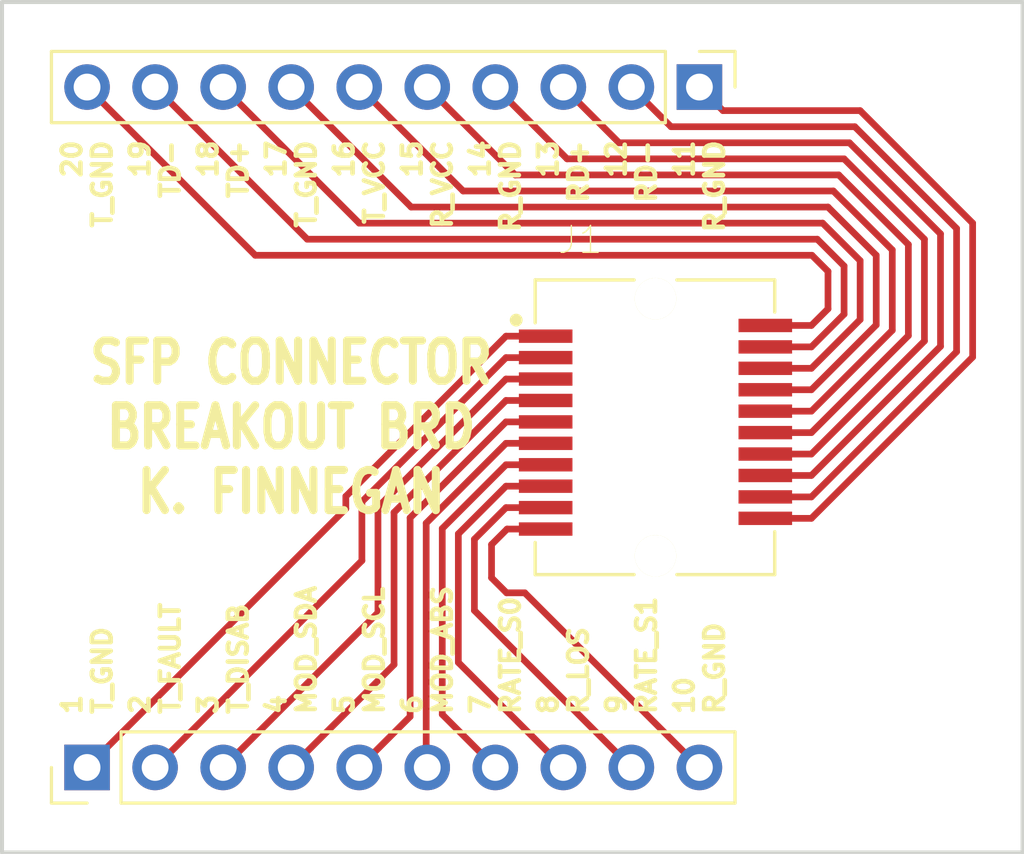
<source format=kicad_pcb>
(kicad_pcb (version 4) (host pcbnew 4.0.7-e2-6376~58~ubuntu16.04.1)

  (general
    (links 20)
    (no_connects 0)
    (area 0 0 0 0)
    (thickness 1.6)
    (drawings 25)
    (tracks 102)
    (zones 0)
    (modules 3)
    (nets 21)
  )

  (page A4)
  (layers
    (0 F.Cu signal)
    (31 B.Cu signal)
    (32 B.Adhes user)
    (33 F.Adhes user)
    (34 B.Paste user)
    (35 F.Paste user)
    (36 B.SilkS user)
    (37 F.SilkS user)
    (38 B.Mask user)
    (39 F.Mask user)
    (40 Dwgs.User user)
    (41 Cmts.User user)
    (42 Eco1.User user)
    (43 Eco2.User user)
    (44 Edge.Cuts user)
    (45 Margin user)
    (46 B.CrtYd user)
    (47 F.CrtYd user)
    (48 B.Fab user)
    (49 F.Fab user)
  )

  (setup
    (last_trace_width 0.25)
    (trace_clearance 0.2)
    (zone_clearance 0.508)
    (zone_45_only no)
    (trace_min 0.2)
    (segment_width 0.2)
    (edge_width 0.15)
    (via_size 0.6)
    (via_drill 0.4)
    (via_min_size 0.4)
    (via_min_drill 0.3)
    (uvia_size 0.3)
    (uvia_drill 0.1)
    (uvias_allowed no)
    (uvia_min_size 0.2)
    (uvia_min_drill 0.1)
    (pcb_text_width 0.3)
    (pcb_text_size 1.5 1.5)
    (mod_edge_width 0.15)
    (mod_text_size 1 1)
    (mod_text_width 0.15)
    (pad_size 1.524 1.524)
    (pad_drill 0.762)
    (pad_to_mask_clearance 0.2)
    (aux_axis_origin 0 0)
    (visible_elements FFFFFF7F)
    (pcbplotparams
      (layerselection 0x00030_80000001)
      (usegerberextensions false)
      (excludeedgelayer true)
      (linewidth 0.100000)
      (plotframeref false)
      (viasonmask false)
      (mode 1)
      (useauxorigin false)
      (hpglpennumber 1)
      (hpglpenspeed 20)
      (hpglpendiameter 15)
      (hpglpenoverlay 2)
      (psnegative false)
      (psa4output false)
      (plotreference true)
      (plotvalue true)
      (plotinvisibletext false)
      (padsonsilk false)
      (subtractmaskfromsilk false)
      (outputformat 1)
      (mirror false)
      (drillshape 1)
      (scaleselection 1)
      (outputdirectory ""))
  )

  (net 0 "")
  (net 1 "Net-(J1-Pad1)")
  (net 2 "Net-(J1-Pad2)")
  (net 3 "Net-(J1-Pad3)")
  (net 4 "Net-(J1-Pad4)")
  (net 5 "Net-(J1-Pad5)")
  (net 6 "Net-(J1-Pad6)")
  (net 7 "Net-(J1-Pad7)")
  (net 8 "Net-(J1-Pad8)")
  (net 9 "Net-(J1-Pad9)")
  (net 10 "Net-(J1-Pad10)")
  (net 11 "Net-(J1-Pad11)")
  (net 12 "Net-(J1-Pad12)")
  (net 13 "Net-(J1-Pad13)")
  (net 14 "Net-(J1-Pad14)")
  (net 15 "Net-(J1-Pad15)")
  (net 16 "Net-(J1-Pad16)")
  (net 17 "Net-(J1-Pad17)")
  (net 18 "Net-(J1-Pad18)")
  (net 19 "Net-(J1-Pad19)")
  (net 20 "Net-(J1-Pad20)")

  (net_class Default "This is the default net class."
    (clearance 0.2)
    (trace_width 0.25)
    (via_dia 0.6)
    (via_drill 0.4)
    (uvia_dia 0.3)
    (uvia_drill 0.1)
    (add_net "Net-(J1-Pad1)")
    (add_net "Net-(J1-Pad10)")
    (add_net "Net-(J1-Pad11)")
    (add_net "Net-(J1-Pad12)")
    (add_net "Net-(J1-Pad13)")
    (add_net "Net-(J1-Pad14)")
    (add_net "Net-(J1-Pad15)")
    (add_net "Net-(J1-Pad16)")
    (add_net "Net-(J1-Pad17)")
    (add_net "Net-(J1-Pad18)")
    (add_net "Net-(J1-Pad19)")
    (add_net "Net-(J1-Pad2)")
    (add_net "Net-(J1-Pad20)")
    (add_net "Net-(J1-Pad3)")
    (add_net "Net-(J1-Pad4)")
    (add_net "Net-(J1-Pad5)")
    (add_net "Net-(J1-Pad6)")
    (add_net "Net-(J1-Pad7)")
    (add_net "Net-(J1-Pad8)")
    (add_net "Net-(J1-Pad9)")
  )

  (module AMPHENOL_UE75-A20-6000T (layer F.Cu) (tedit 5CA813AF) (tstamp 5CA80E16)
    (at 149.86 109.22)
    (path /5CA80BC4)
    (attr smd)
    (fp_text reference J1 (at -1.90737 -6.99366) (layer F.SilkS)
      (effects (font (size 1.00124 1.00124) (thickness 0.05)))
    )
    (fp_text value UE75-A20-6000T (at -1.27115 6.99135) (layer F.SilkS) hide
      (effects (font (size 1.00091 1.00091) (thickness 0.05)))
    )
    (fp_line (start -3.59 -5.5) (end 5.35 -5.5) (layer Eco2.User) (width 0.127))
    (fp_line (start 5.35 -5.5) (end 5.35 5.5) (layer Eco2.User) (width 0.127))
    (fp_line (start 5.35 5.5) (end -3.59 5.5) (layer Eco2.User) (width 0.127))
    (fp_line (start -3.59 5.5) (end -3.59 -5.5) (layer Eco2.User) (width 0.127))
    (fp_line (start -3.59 -3.9) (end -3.59 -5.5) (layer F.SilkS) (width 0.127))
    (fp_line (start -3.59 -5.5) (end 0.1 -5.5) (layer F.SilkS) (width 0.127))
    (fp_line (start 1.7 -5.5) (end 5.35 -5.5) (layer F.SilkS) (width 0.127))
    (fp_line (start 5.35 -5.5) (end 5.35 -4.3) (layer F.SilkS) (width 0.127))
    (fp_line (start -3.59 4.3) (end -3.59 5.5) (layer F.SilkS) (width 0.127))
    (fp_line (start -3.59 5.5) (end 0.1 5.5) (layer F.SilkS) (width 0.127))
    (fp_line (start 1.7 5.5) (end 5.35 5.5) (layer F.SilkS) (width 0.127))
    (fp_line (start 5.35 5.5) (end 5.35 3.9) (layer F.SilkS) (width 0.127))
    (fp_circle (center -4.3 -4) (end -4.18 -4) (layer F.SilkS) (width 0.24))
    (fp_line (start -4.45 -5.85) (end 6.25 -5.85) (layer Eco1.User) (width 0.05))
    (fp_line (start 6.25 -5.85) (end 6.25 5.85) (layer Eco1.User) (width 0.05))
    (fp_line (start 6.25 5.85) (end -4.45 5.85) (layer Eco1.User) (width 0.05))
    (fp_line (start -4.45 5.85) (end -4.45 -5.85) (layer Eco1.User) (width 0.05))
    (fp_poly (pts (xy -2.96258 -5.5) (xy -0.1 -5.5) (xy -0.1 -4.04852) (xy -2.96258 -4.04852)) (layer Dwgs.User) (width 0))
    (fp_poly (pts (xy 1.90205 -5.5) (xy 4.76 -5.5) (xy 4.76 -4.04936) (xy 1.90205 -4.04936)) (layer Dwgs.User) (width 0))
    (fp_poly (pts (xy -2.96372 4.045) (xy -0.1 4.045) (xy -0.1 5.30666) (xy -2.96372 5.30666)) (layer Dwgs.User) (width 0))
    (fp_poly (pts (xy 1.90146 4.045) (xy 4.76 4.045) (xy 4.76 5.30406) (xy 1.90146 5.30406)) (layer Dwgs.User) (width 0))
    (pad 1 smd rect (at -3.2 -3.4) (size 2 0.5) (layers F.Cu F.Paste F.Mask)
      (net 1 "Net-(J1-Pad1)"))
    (pad 2 smd rect (at -3.2 -2.6) (size 2 0.5) (layers F.Cu F.Paste F.Mask)
      (net 2 "Net-(J1-Pad2)"))
    (pad 3 smd rect (at -3.2 -1.8) (size 2 0.5) (layers F.Cu F.Paste F.Mask)
      (net 3 "Net-(J1-Pad3)"))
    (pad 4 smd rect (at -3.2 -1) (size 2 0.5) (layers F.Cu F.Paste F.Mask)
      (net 4 "Net-(J1-Pad4)"))
    (pad 5 smd rect (at -3.2 -0.2) (size 2 0.5) (layers F.Cu F.Paste F.Mask)
      (net 5 "Net-(J1-Pad5)"))
    (pad 6 smd rect (at -3.2 0.6) (size 2 0.5) (layers F.Cu F.Paste F.Mask)
      (net 6 "Net-(J1-Pad6)"))
    (pad 7 smd rect (at -3.2 1.4) (size 2 0.5) (layers F.Cu F.Paste F.Mask)
      (net 7 "Net-(J1-Pad7)"))
    (pad 8 smd rect (at -3.2 2.2) (size 2 0.5) (layers F.Cu F.Paste F.Mask)
      (net 8 "Net-(J1-Pad8)"))
    (pad 9 smd rect (at -3.2 3) (size 2 0.5) (layers F.Cu F.Paste F.Mask)
      (net 9 "Net-(J1-Pad9)"))
    (pad 10 smd rect (at -3.2 3.8) (size 2 0.5) (layers F.Cu F.Paste F.Mask)
      (net 10 "Net-(J1-Pad10)"))
    (pad 11 smd rect (at 5 3.4) (size 2 0.5) (layers F.Cu F.Paste F.Mask)
      (net 11 "Net-(J1-Pad11)"))
    (pad 12 smd rect (at 5 2.6) (size 2 0.5) (layers F.Cu F.Paste F.Mask)
      (net 12 "Net-(J1-Pad12)"))
    (pad 13 smd rect (at 5 1.8) (size 2 0.5) (layers F.Cu F.Paste F.Mask)
      (net 13 "Net-(J1-Pad13)"))
    (pad 14 smd rect (at 5 1) (size 2 0.5) (layers F.Cu F.Paste F.Mask)
      (net 14 "Net-(J1-Pad14)"))
    (pad 15 smd rect (at 5 0.2) (size 2 0.5) (layers F.Cu F.Paste F.Mask)
      (net 15 "Net-(J1-Pad15)"))
    (pad 16 smd rect (at 5 -0.6) (size 2 0.5) (layers F.Cu F.Paste F.Mask)
      (net 16 "Net-(J1-Pad16)"))
    (pad 17 smd rect (at 5 -1.4) (size 2 0.5) (layers F.Cu F.Paste F.Mask)
      (net 17 "Net-(J1-Pad17)"))
    (pad 18 smd rect (at 5 -2.2) (size 2 0.5) (layers F.Cu F.Paste F.Mask)
      (net 18 "Net-(J1-Pad18)"))
    (pad 19 smd rect (at 5 -3) (size 2 0.5) (layers F.Cu F.Paste F.Mask)
      (net 19 "Net-(J1-Pad19)"))
    (pad 20 smd rect (at 5 -3.8) (size 2 0.5) (layers F.Cu F.Paste F.Mask)
      (net 20 "Net-(J1-Pad20)"))
    (pad Hole np_thru_hole circle (at 0.9 -4.8) (size 1.55 1.55) (drill 1.55) (layers *.Cu *.Mask F.SilkS))
    (pad Hole np_thru_hole circle (at 0.9 4.8) (size 1.55 1.55) (drill 1.55) (layers *.Cu *.Mask F.SilkS))
  )

  (module Pin_Headers:Pin_Header_Straight_1x10_Pitch2.54mm (layer F.Cu) (tedit 5CA813B3) (tstamp 5CA80E34)
    (at 129.54 121.92 90)
    (descr "Through hole straight pin header, 1x10, 2.54mm pitch, single row")
    (tags "Through hole pin header THT 1x10 2.54mm single row")
    (path /5CA80CB5)
    (fp_text reference J2 (at 0 -2.33 90) (layer F.SilkS) hide
      (effects (font (size 1 1) (thickness 0.15)))
    )
    (fp_text value Conn_01x10_Male (at 0 25.19 90) (layer F.Fab) hide
      (effects (font (size 1 1) (thickness 0.15)))
    )
    (fp_line (start -0.635 -1.27) (end 1.27 -1.27) (layer F.Fab) (width 0.1))
    (fp_line (start 1.27 -1.27) (end 1.27 24.13) (layer F.Fab) (width 0.1))
    (fp_line (start 1.27 24.13) (end -1.27 24.13) (layer F.Fab) (width 0.1))
    (fp_line (start -1.27 24.13) (end -1.27 -0.635) (layer F.Fab) (width 0.1))
    (fp_line (start -1.27 -0.635) (end -0.635 -1.27) (layer F.Fab) (width 0.1))
    (fp_line (start -1.33 24.19) (end 1.33 24.19) (layer F.SilkS) (width 0.12))
    (fp_line (start -1.33 1.27) (end -1.33 24.19) (layer F.SilkS) (width 0.12))
    (fp_line (start 1.33 1.27) (end 1.33 24.19) (layer F.SilkS) (width 0.12))
    (fp_line (start -1.33 1.27) (end 1.33 1.27) (layer F.SilkS) (width 0.12))
    (fp_line (start -1.33 0) (end -1.33 -1.33) (layer F.SilkS) (width 0.12))
    (fp_line (start -1.33 -1.33) (end 0 -1.33) (layer F.SilkS) (width 0.12))
    (fp_line (start -1.8 -1.8) (end -1.8 24.65) (layer F.CrtYd) (width 0.05))
    (fp_line (start -1.8 24.65) (end 1.8 24.65) (layer F.CrtYd) (width 0.05))
    (fp_line (start 1.8 24.65) (end 1.8 -1.8) (layer F.CrtYd) (width 0.05))
    (fp_line (start 1.8 -1.8) (end -1.8 -1.8) (layer F.CrtYd) (width 0.05))
    (fp_text user %R (at 0 11.43 180) (layer F.Fab)
      (effects (font (size 1 1) (thickness 0.15)))
    )
    (pad 1 thru_hole rect (at 0 0 90) (size 1.7 1.7) (drill 1) (layers *.Cu *.Mask)
      (net 1 "Net-(J1-Pad1)"))
    (pad 2 thru_hole oval (at 0 2.54 90) (size 1.7 1.7) (drill 1) (layers *.Cu *.Mask)
      (net 2 "Net-(J1-Pad2)"))
    (pad 3 thru_hole oval (at 0 5.08 90) (size 1.7 1.7) (drill 1) (layers *.Cu *.Mask)
      (net 3 "Net-(J1-Pad3)"))
    (pad 4 thru_hole oval (at 0 7.62 90) (size 1.7 1.7) (drill 1) (layers *.Cu *.Mask)
      (net 4 "Net-(J1-Pad4)"))
    (pad 5 thru_hole oval (at 0 10.16 90) (size 1.7 1.7) (drill 1) (layers *.Cu *.Mask)
      (net 5 "Net-(J1-Pad5)"))
    (pad 6 thru_hole oval (at 0 12.7 90) (size 1.7 1.7) (drill 1) (layers *.Cu *.Mask)
      (net 6 "Net-(J1-Pad6)"))
    (pad 7 thru_hole oval (at 0 15.24 90) (size 1.7 1.7) (drill 1) (layers *.Cu *.Mask)
      (net 7 "Net-(J1-Pad7)"))
    (pad 8 thru_hole oval (at 0 17.78 90) (size 1.7 1.7) (drill 1) (layers *.Cu *.Mask)
      (net 8 "Net-(J1-Pad8)"))
    (pad 9 thru_hole oval (at 0 20.32 90) (size 1.7 1.7) (drill 1) (layers *.Cu *.Mask)
      (net 9 "Net-(J1-Pad9)"))
    (pad 10 thru_hole oval (at 0 22.86 90) (size 1.7 1.7) (drill 1) (layers *.Cu *.Mask)
      (net 10 "Net-(J1-Pad10)"))
    (model ${KISYS3DMOD}/Pin_Headers.3dshapes/Pin_Header_Straight_1x10_Pitch2.54mm.wrl
      (at (xyz 0 0 0))
      (scale (xyz 1 1 1))
      (rotate (xyz 0 0 0))
    )
  )

  (module Pin_Headers:Pin_Header_Straight_1x10_Pitch2.54mm (layer F.Cu) (tedit 5CA813B6) (tstamp 5CA80E52)
    (at 152.4 96.52 270)
    (descr "Through hole straight pin header, 1x10, 2.54mm pitch, single row")
    (tags "Through hole pin header THT 1x10 2.54mm single row")
    (path /5CA80D30)
    (fp_text reference J3 (at 0 -2.33 270) (layer F.SilkS) hide
      (effects (font (size 1 1) (thickness 0.15)))
    )
    (fp_text value Conn_01x10_Male (at 0 25.19 270) (layer F.Fab) hide
      (effects (font (size 1 1) (thickness 0.15)))
    )
    (fp_line (start -0.635 -1.27) (end 1.27 -1.27) (layer F.Fab) (width 0.1))
    (fp_line (start 1.27 -1.27) (end 1.27 24.13) (layer F.Fab) (width 0.1))
    (fp_line (start 1.27 24.13) (end -1.27 24.13) (layer F.Fab) (width 0.1))
    (fp_line (start -1.27 24.13) (end -1.27 -0.635) (layer F.Fab) (width 0.1))
    (fp_line (start -1.27 -0.635) (end -0.635 -1.27) (layer F.Fab) (width 0.1))
    (fp_line (start -1.33 24.19) (end 1.33 24.19) (layer F.SilkS) (width 0.12))
    (fp_line (start -1.33 1.27) (end -1.33 24.19) (layer F.SilkS) (width 0.12))
    (fp_line (start 1.33 1.27) (end 1.33 24.19) (layer F.SilkS) (width 0.12))
    (fp_line (start -1.33 1.27) (end 1.33 1.27) (layer F.SilkS) (width 0.12))
    (fp_line (start -1.33 0) (end -1.33 -1.33) (layer F.SilkS) (width 0.12))
    (fp_line (start -1.33 -1.33) (end 0 -1.33) (layer F.SilkS) (width 0.12))
    (fp_line (start -1.8 -1.8) (end -1.8 24.65) (layer F.CrtYd) (width 0.05))
    (fp_line (start -1.8 24.65) (end 1.8 24.65) (layer F.CrtYd) (width 0.05))
    (fp_line (start 1.8 24.65) (end 1.8 -1.8) (layer F.CrtYd) (width 0.05))
    (fp_line (start 1.8 -1.8) (end -1.8 -1.8) (layer F.CrtYd) (width 0.05))
    (fp_text user %R (at 0 11.43 360) (layer F.Fab)
      (effects (font (size 1 1) (thickness 0.15)))
    )
    (pad 1 thru_hole rect (at 0 0 270) (size 1.7 1.7) (drill 1) (layers *.Cu *.Mask)
      (net 11 "Net-(J1-Pad11)"))
    (pad 2 thru_hole oval (at 0 2.54 270) (size 1.7 1.7) (drill 1) (layers *.Cu *.Mask)
      (net 12 "Net-(J1-Pad12)"))
    (pad 3 thru_hole oval (at 0 5.08 270) (size 1.7 1.7) (drill 1) (layers *.Cu *.Mask)
      (net 13 "Net-(J1-Pad13)"))
    (pad 4 thru_hole oval (at 0 7.62 270) (size 1.7 1.7) (drill 1) (layers *.Cu *.Mask)
      (net 14 "Net-(J1-Pad14)"))
    (pad 5 thru_hole oval (at 0 10.16 270) (size 1.7 1.7) (drill 1) (layers *.Cu *.Mask)
      (net 15 "Net-(J1-Pad15)"))
    (pad 6 thru_hole oval (at 0 12.7 270) (size 1.7 1.7) (drill 1) (layers *.Cu *.Mask)
      (net 16 "Net-(J1-Pad16)"))
    (pad 7 thru_hole oval (at 0 15.24 270) (size 1.7 1.7) (drill 1) (layers *.Cu *.Mask)
      (net 17 "Net-(J1-Pad17)"))
    (pad 8 thru_hole oval (at 0 17.78 270) (size 1.7 1.7) (drill 1) (layers *.Cu *.Mask)
      (net 18 "Net-(J1-Pad18)"))
    (pad 9 thru_hole oval (at 0 20.32 270) (size 1.7 1.7) (drill 1) (layers *.Cu *.Mask)
      (net 19 "Net-(J1-Pad19)"))
    (pad 10 thru_hole oval (at 0 22.86 270) (size 1.7 1.7) (drill 1) (layers *.Cu *.Mask)
      (net 20 "Net-(J1-Pad20)"))
    (model ${KISYS3DMOD}/Pin_Headers.3dshapes/Pin_Header_Straight_1x10_Pitch2.54mm.wrl
      (at (xyz 0 0 0))
      (scale (xyz 1 1 1))
      (rotate (xyz 0 0 0))
    )
  )

  (gr_line (start 126.365 93.345) (end 164.465 93.345) (angle 90) (layer Edge.Cuts) (width 0.15))
  (gr_line (start 126.365 125.095) (end 126.365 93.345) (angle 90) (layer Edge.Cuts) (width 0.15))
  (gr_line (start 164.465 125.095) (end 126.365 125.095) (angle 90) (layer Edge.Cuts) (width 0.15))
  (gr_line (start 164.465 93.345) (end 164.465 125.095) (angle 90) (layer Edge.Cuts) (width 0.15))
  (gr_text "SFP CONNECTOR\nBREAKOUT BRD\nK. FINNEGAN" (at 137.16 109.22) (layer F.SilkS)
    (effects (font (size 1.5 1.2) (thickness 0.3)))
  )
  (gr_text "11\nR_GND" (at 152.4 98.425 90) (layer F.SilkS)
    (effects (font (size 0.7 0.7) (thickness 0.175)) (justify right))
  )
  (gr_text "12\nRD-" (at 149.86 98.425 90) (layer F.SilkS)
    (effects (font (size 0.7 0.7) (thickness 0.175)) (justify right))
  )
  (gr_text "13\nRD+" (at 147.32 98.425 90) (layer F.SilkS)
    (effects (font (size 0.7 0.7) (thickness 0.175)) (justify right))
  )
  (gr_text "14\nR_GND" (at 144.78 98.425 90) (layer F.SilkS)
    (effects (font (size 0.7 0.7) (thickness 0.175)) (justify right))
  )
  (gr_text "15\nR_VCC" (at 142.24 98.425 90) (layer F.SilkS)
    (effects (font (size 0.7 0.7) (thickness 0.175)) (justify right))
  )
  (gr_text "16\nT_VCC" (at 139.7 98.425 90) (layer F.SilkS)
    (effects (font (size 0.7 0.7) (thickness 0.175)) (justify right))
  )
  (gr_text "17\nT_GND" (at 137.16 98.425 90) (layer F.SilkS)
    (effects (font (size 0.7 0.7) (thickness 0.175)) (justify right))
  )
  (gr_text "18\nTD+" (at 134.62 98.425 90) (layer F.SilkS)
    (effects (font (size 0.7 0.7) (thickness 0.175)) (justify right))
  )
  (gr_text "19\nTD-" (at 132.08 98.425 90) (layer F.SilkS)
    (effects (font (size 0.7 0.7) (thickness 0.175)) (justify right))
  )
  (gr_text "20\nT_GND" (at 129.54 98.425 90) (layer F.SilkS)
    (effects (font (size 0.7 0.7) (thickness 0.175)) (justify right))
  )
  (gr_text "10\nR_GND" (at 152.4 120.015 90) (layer F.SilkS)
    (effects (font (size 0.7 0.7) (thickness 0.175)) (justify left))
  )
  (gr_text "9\nRATE_S1" (at 149.86 120.015 90) (layer F.SilkS)
    (effects (font (size 0.7 0.7) (thickness 0.175)) (justify left))
  )
  (gr_text "8\nR_LOS" (at 147.32 120.015 90) (layer F.SilkS)
    (effects (font (size 0.7 0.7) (thickness 0.175)) (justify left))
  )
  (gr_text "7\nRATE_S0" (at 144.78 120.015 90) (layer F.SilkS)
    (effects (font (size 0.7 0.7) (thickness 0.175)) (justify left))
  )
  (gr_text "6\nMOD_ABS" (at 142.24 120.015 90) (layer F.SilkS)
    (effects (font (size 0.7 0.7) (thickness 0.175)) (justify left))
  )
  (gr_text "5\nMOD_SCL" (at 139.7 120.015 90) (layer F.SilkS)
    (effects (font (size 0.7 0.7) (thickness 0.175)) (justify left))
  )
  (gr_text "4\nMOD_SDA" (at 137.16 120.015 90) (layer F.SilkS)
    (effects (font (size 0.7 0.7) (thickness 0.175)) (justify left))
  )
  (gr_text "3\nT_DISAB" (at 134.62 120.015 90) (layer F.SilkS)
    (effects (font (size 0.7 0.7) (thickness 0.175)) (justify left))
  )
  (gr_text "2\nT_FAULT" (at 132.08 120.015 90) (layer F.SilkS)
    (effects (font (size 0.7 0.7) (thickness 0.175)) (justify left))
  )
  (gr_text "1\nT_GND" (at 129.54 120.015 90) (layer F.SilkS)
    (effects (font (size 0.7 0.7) (thickness 0.175)) (justify left))
  )

  (segment (start 146.66 105.82) (end 145.18 105.82) (width 0.25) (layer F.Cu) (net 1))
  (segment (start 139.2 112.26) (end 129.54 121.92) (width 0.25) (layer F.Cu) (net 1) (tstamp 5CA812B7))
  (segment (start 139.2 111.8) (end 139.2 112.26) (width 0.25) (layer F.Cu) (net 1) (tstamp 5CA812B4))
  (segment (start 145.18 105.82) (end 139.2 111.8) (width 0.25) (layer F.Cu) (net 1) (tstamp 5CA812B2))
  (segment (start 146.66 106.62) (end 145.18 106.62) (width 0.25) (layer F.Cu) (net 2))
  (segment (start 139.8 114.2) (end 132.08 121.92) (width 0.25) (layer F.Cu) (net 2) (tstamp 5CA812AE))
  (segment (start 139.8 112) (end 139.8 114.2) (width 0.25) (layer F.Cu) (net 2) (tstamp 5CA812AC))
  (segment (start 145.18 106.62) (end 139.8 112) (width 0.25) (layer F.Cu) (net 2) (tstamp 5CA812AA))
  (segment (start 146.66 107.42) (end 145.18 107.42) (width 0.25) (layer F.Cu) (net 3))
  (segment (start 140.4 116.14) (end 134.62 121.92) (width 0.25) (layer F.Cu) (net 3) (tstamp 5CA812A6))
  (segment (start 140.4 112.2) (end 140.4 116.14) (width 0.25) (layer F.Cu) (net 3) (tstamp 5CA812A4))
  (segment (start 145.18 107.42) (end 140.4 112.2) (width 0.25) (layer F.Cu) (net 3) (tstamp 5CA812A2))
  (segment (start 146.66 108.22) (end 145.18 108.22) (width 0.25) (layer F.Cu) (net 4))
  (segment (start 141 118.08) (end 137.16 121.92) (width 0.25) (layer F.Cu) (net 4) (tstamp 5CA8129E))
  (segment (start 141 112.4) (end 141 118.08) (width 0.25) (layer F.Cu) (net 4) (tstamp 5CA81299))
  (segment (start 145.18 108.22) (end 141 112.4) (width 0.25) (layer F.Cu) (net 4) (tstamp 5CA81296))
  (segment (start 146.66 109.02) (end 145.18 109.02) (width 0.25) (layer F.Cu) (net 5))
  (segment (start 141.6 120.02) (end 139.7 121.92) (width 0.25) (layer F.Cu) (net 5) (tstamp 5CA8125F))
  (segment (start 141.6 112.6) (end 141.6 120.02) (width 0.25) (layer F.Cu) (net 5) (tstamp 5CA8125D))
  (segment (start 145.18 109.02) (end 141.6 112.6) (width 0.25) (layer F.Cu) (net 5) (tstamp 5CA81259))
  (segment (start 146.66 109.82) (end 145.18 109.82) (width 0.25) (layer F.Cu) (net 6))
  (segment (start 142.2 112.8) (end 142.2 121.88) (width 0.25) (layer F.Cu) (net 6) (tstamp 5CA8128C))
  (segment (start 145.18 109.82) (end 142.2 112.8) (width 0.25) (layer F.Cu) (net 6) (tstamp 5CA81289))
  (segment (start 142.2 121.88) (end 142.24 121.92) (width 0.25) (layer F.Cu) (net 6) (tstamp 5CA8128E))
  (segment (start 146.66 110.62) (end 145.18 110.62) (width 0.25) (layer F.Cu) (net 7))
  (segment (start 142.8 119.94) (end 144.78 121.92) (width 0.25) (layer F.Cu) (net 7) (tstamp 5CA81238))
  (segment (start 142.8 113) (end 142.8 119.94) (width 0.25) (layer F.Cu) (net 7) (tstamp 5CA81236))
  (segment (start 145.18 110.62) (end 142.8 113) (width 0.25) (layer F.Cu) (net 7) (tstamp 5CA81233))
  (segment (start 146.66 111.42) (end 145.18 111.42) (width 0.25) (layer F.Cu) (net 8))
  (segment (start 143.4 118) (end 147.32 121.92) (width 0.25) (layer F.Cu) (net 8) (tstamp 5CA8122F))
  (segment (start 143.4 113.2) (end 143.4 118) (width 0.25) (layer F.Cu) (net 8) (tstamp 5CA8122D))
  (segment (start 145.18 111.42) (end 143.4 113.2) (width 0.25) (layer F.Cu) (net 8) (tstamp 5CA8122A))
  (segment (start 146.66 112.22) (end 145.18 112.22) (width 0.25) (layer F.Cu) (net 9))
  (segment (start 144 116.06) (end 149.86 121.92) (width 0.25) (layer F.Cu) (net 9) (tstamp 5CA81226))
  (segment (start 144 113.4) (end 144 116.06) (width 0.25) (layer F.Cu) (net 9) (tstamp 5CA81224))
  (segment (start 145.18 112.22) (end 144 113.4) (width 0.25) (layer F.Cu) (net 9) (tstamp 5CA81220))
  (segment (start 146.66 113.02) (end 145.22 113.02) (width 0.25) (layer F.Cu) (net 10))
  (segment (start 145.88 115.4) (end 152.4 121.92) (width 0.25) (layer F.Cu) (net 10) (tstamp 5CA81203))
  (segment (start 145.2 115.4) (end 145.88 115.4) (width 0.25) (layer F.Cu) (net 10) (tstamp 5CA81200))
  (segment (start 144.64 114.84) (end 145.2 115.4) (width 0.25) (layer F.Cu) (net 10) (tstamp 5CA811F9))
  (segment (start 144.64 113.6) (end 144.64 114.84) (width 0.25) (layer F.Cu) (net 10) (tstamp 5CA811F1))
  (segment (start 145.22 113.02) (end 144.64 113.6) (width 0.25) (layer F.Cu) (net 10) (tstamp 5CA811F0))
  (segment (start 154.86 112.62) (end 156.58 112.62) (width 0.25) (layer F.Cu) (net 11))
  (segment (start 153.28 97.4) (end 152.4 96.52) (width 0.25) (layer F.Cu) (net 11) (tstamp 5CA8117F))
  (segment (start 158.4 97.4) (end 153.28 97.4) (width 0.25) (layer F.Cu) (net 11) (tstamp 5CA8117D))
  (segment (start 162.6 101.6) (end 158.4 97.4) (width 0.25) (layer F.Cu) (net 11) (tstamp 5CA8117B))
  (segment (start 162.6 106.6) (end 162.6 101.6) (width 0.25) (layer F.Cu) (net 11) (tstamp 5CA81179))
  (segment (start 156.58 112.62) (end 162.6 106.6) (width 0.25) (layer F.Cu) (net 11) (tstamp 5CA81177))
  (segment (start 154.86 111.82) (end 156.58 111.82) (width 0.25) (layer F.Cu) (net 12))
  (segment (start 151.34 98) (end 149.86 96.52) (width 0.25) (layer F.Cu) (net 12) (tstamp 5CA81173))
  (segment (start 158.2 98) (end 151.34 98) (width 0.25) (layer F.Cu) (net 12) (tstamp 5CA81171))
  (segment (start 162 101.8) (end 158.2 98) (width 0.25) (layer F.Cu) (net 12) (tstamp 5CA8116F))
  (segment (start 162 106.4) (end 162 101.8) (width 0.25) (layer F.Cu) (net 12) (tstamp 5CA8116D))
  (segment (start 156.58 111.82) (end 162 106.4) (width 0.25) (layer F.Cu) (net 12) (tstamp 5CA8116B))
  (segment (start 154.86 111.02) (end 156.58 111.02) (width 0.25) (layer F.Cu) (net 13))
  (segment (start 149.4 98.6) (end 147.32 96.52) (width 0.25) (layer F.Cu) (net 13) (tstamp 5CA81167))
  (segment (start 158 98.6) (end 149.4 98.6) (width 0.25) (layer F.Cu) (net 13) (tstamp 5CA81165))
  (segment (start 161.4 102) (end 158 98.6) (width 0.25) (layer F.Cu) (net 13) (tstamp 5CA81164))
  (segment (start 161.4 106.2) (end 161.4 102) (width 0.25) (layer F.Cu) (net 13) (tstamp 5CA81162))
  (segment (start 156.58 111.02) (end 161.4 106.2) (width 0.25) (layer F.Cu) (net 13) (tstamp 5CA81160))
  (segment (start 154.86 110.22) (end 156.58 110.22) (width 0.25) (layer F.Cu) (net 14))
  (segment (start 147.46 99.2) (end 144.78 96.52) (width 0.25) (layer F.Cu) (net 14) (tstamp 5CA81153))
  (segment (start 157.8 99.2) (end 147.46 99.2) (width 0.25) (layer F.Cu) (net 14) (tstamp 5CA81151))
  (segment (start 160.8 102.2) (end 157.8 99.2) (width 0.25) (layer F.Cu) (net 14) (tstamp 5CA8114F))
  (segment (start 160.8 106) (end 160.8 102.2) (width 0.25) (layer F.Cu) (net 14) (tstamp 5CA8114D))
  (segment (start 156.58 110.22) (end 160.8 106) (width 0.25) (layer F.Cu) (net 14) (tstamp 5CA8114B))
  (segment (start 154.86 109.42) (end 156.58 109.42) (width 0.25) (layer F.Cu) (net 15))
  (segment (start 145.52 99.8) (end 142.24 96.52) (width 0.25) (layer F.Cu) (net 15) (tstamp 5CA81147))
  (segment (start 157.6 99.8) (end 145.52 99.8) (width 0.25) (layer F.Cu) (net 15) (tstamp 5CA81145))
  (segment (start 160.2 102.4) (end 157.6 99.8) (width 0.25) (layer F.Cu) (net 15) (tstamp 5CA81143))
  (segment (start 160.2 105.8) (end 160.2 102.4) (width 0.25) (layer F.Cu) (net 15) (tstamp 5CA81141))
  (segment (start 156.58 109.42) (end 160.2 105.8) (width 0.25) (layer F.Cu) (net 15) (tstamp 5CA8113F))
  (segment (start 154.86 108.62) (end 156.58 108.62) (width 0.25) (layer F.Cu) (net 16))
  (segment (start 143.58 100.4) (end 139.7 96.52) (width 0.25) (layer F.Cu) (net 16) (tstamp 5CA8113B))
  (segment (start 157.4 100.4) (end 143.58 100.4) (width 0.25) (layer F.Cu) (net 16) (tstamp 5CA81139))
  (segment (start 159.6 102.6) (end 157.4 100.4) (width 0.25) (layer F.Cu) (net 16) (tstamp 5CA81137))
  (segment (start 159.6 105.6) (end 159.6 102.6) (width 0.25) (layer F.Cu) (net 16) (tstamp 5CA81135))
  (segment (start 156.58 108.62) (end 159.6 105.6) (width 0.25) (layer F.Cu) (net 16) (tstamp 5CA81133))
  (segment (start 154.86 107.82) (end 156.58 107.82) (width 0.25) (layer F.Cu) (net 17))
  (segment (start 141.64 101) (end 137.16 96.52) (width 0.25) (layer F.Cu) (net 17) (tstamp 5CA8112F))
  (segment (start 157.2 101) (end 141.64 101) (width 0.25) (layer F.Cu) (net 17) (tstamp 5CA8112D))
  (segment (start 159 102.8) (end 157.2 101) (width 0.25) (layer F.Cu) (net 17) (tstamp 5CA8112B))
  (segment (start 159 105.4) (end 159 102.8) (width 0.25) (layer F.Cu) (net 17) (tstamp 5CA81129))
  (segment (start 156.58 107.82) (end 159 105.4) (width 0.25) (layer F.Cu) (net 17) (tstamp 5CA81127))
  (segment (start 154.86 107.02) (end 156.58 107.02) (width 0.25) (layer F.Cu) (net 18))
  (segment (start 139.7 101.6) (end 134.62 96.52) (width 0.25) (layer F.Cu) (net 18) (tstamp 5CA81123))
  (segment (start 157 101.6) (end 139.7 101.6) (width 0.25) (layer F.Cu) (net 18) (tstamp 5CA81121))
  (segment (start 158.4 103) (end 157 101.6) (width 0.25) (layer F.Cu) (net 18) (tstamp 5CA8111F))
  (segment (start 158.4 105.2) (end 158.4 103) (width 0.25) (layer F.Cu) (net 18) (tstamp 5CA8111D))
  (segment (start 156.58 107.02) (end 158.4 105.2) (width 0.25) (layer F.Cu) (net 18) (tstamp 5CA8111B))
  (segment (start 154.86 106.22) (end 156.58 106.22) (width 0.25) (layer F.Cu) (net 19))
  (segment (start 137.76 102.2) (end 132.08 96.52) (width 0.25) (layer F.Cu) (net 19) (tstamp 5CA81117))
  (segment (start 156.8 102.2) (end 137.76 102.2) (width 0.25) (layer F.Cu) (net 19) (tstamp 5CA81115))
  (segment (start 157.8 103.2) (end 156.8 102.2) (width 0.25) (layer F.Cu) (net 19) (tstamp 5CA81113))
  (segment (start 157.8 105) (end 157.8 103.2) (width 0.25) (layer F.Cu) (net 19) (tstamp 5CA81111))
  (segment (start 156.58 106.22) (end 157.8 105) (width 0.25) (layer F.Cu) (net 19) (tstamp 5CA8110F))
  (segment (start 154.86 105.42) (end 156.58 105.42) (width 0.25) (layer F.Cu) (net 20))
  (segment (start 135.82 102.8) (end 129.54 96.52) (width 0.25) (layer F.Cu) (net 20) (tstamp 5CA81109))
  (segment (start 156.6 102.8) (end 135.82 102.8) (width 0.25) (layer F.Cu) (net 20) (tstamp 5CA81108))
  (segment (start 157.2 103.4) (end 156.6 102.8) (width 0.25) (layer F.Cu) (net 20) (tstamp 5CA81107))
  (segment (start 157.2 104.8) (end 157.2 103.4) (width 0.25) (layer F.Cu) (net 20) (tstamp 5CA81106))
  (segment (start 156.58 105.42) (end 157.2 104.8) (width 0.25) (layer F.Cu) (net 20) (tstamp 5CA81105))

)

</source>
